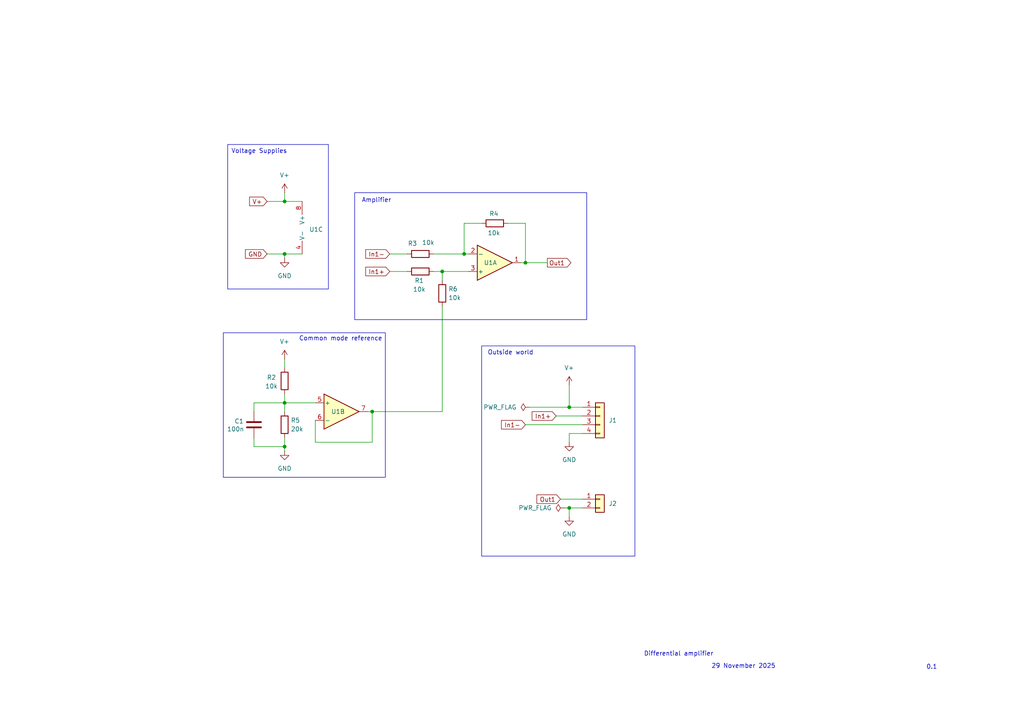
<source format=kicad_sch>
(kicad_sch (version 20250114) (generator "eeschema") (generator_version "9.0")
  (paper "A4")
  (lib_symbols
    (symbol "Amplifier_Operational:MCP6022" (pin_names (offset 0.127))
      (property "Reference" "U" (at 0 5.08 0))
      (property "Value" "MCP6022" (at 0 -5.08 0))
      (symbol "MCP6022_1_1"
        (polyline (pts (xy -5.08 5.08) (xy 5.08 0) (xy -5.08 -5.08) (xy -5.08 5.08)) (stroke (width 0.254)) (fill (type background)))
        (pin input line (at -7.62 2.54 0) (length 2.54) (name "+") (number "3"))
        (pin input line (at -7.62 -2.54 0) (length 2.54) (name "-") (number "2"))
        (pin output line (at 7.62 0 180) (length 2.54) (name "~") (number "1"))
      )
      (symbol "MCP6022_2_1"
        (polyline (pts (xy -5.08 5.08) (xy 5.08 0) (xy -5.08 -5.08) (xy -5.08 5.08)) (stroke (width 0.254)) (fill (type background)))
        (pin input line (at -7.62 2.54 0) (length 2.54) (name "+") (number "5"))
        (pin input line (at -7.62 -2.54 0) (length 2.54) (name "-") (number "6"))
        (pin output line (at 7.62 0 180) (length 2.54) (name "~") (number "7"))
      )
      (symbol "MCP6022_3_1"
        (pin power_in line (at -2.54 7.62 270) (length 3.81) (name "V+") (number "8"))
        (pin power_in line (at -2.54 -7.62 90) (length 3.81) (name "V-") (number "4"))
      )
    )
    (symbol "Connector_Generic:Conn_01x02" (pin_names (offset 1.016) (hide yes))
      (property "Reference" "J" (at 0 2.54 0))
      (property "Value" "Conn_01x02" (at 0 -5.08 0))
      (symbol "Conn_01x02_1_1"
        (rectangle (start -1.27 1.27) (end 1.27 -3.81) (stroke (width 0.254)) (fill (type background)))
        (rectangle (start -1.27 0.127) (end 0 -0.127) (stroke (width 0.1524)))
        (rectangle (start -1.27 -2.413) (end 0 -2.667) (stroke (width 0.1524)))
        (pin passive line (at -5.08 0 0) (length 3.81) (name "Pin_1") (number "1"))
        (pin passive line (at -5.08 -2.54 0) (length 3.81) (name "Pin_2") (number "2"))
      )
    )
    (symbol "Connector_Generic:Conn_01x04" (pin_names (offset 1.016) (hide yes))
      (property "Reference" "J" (at 0 5.08 0))
      (property "Value" "Conn_01x04" (at 0 -7.62 0))
      (symbol "Conn_01x04_1_1"
        (rectangle (start -1.27 3.81) (end 1.27 -6.35) (stroke (width 0.254)) (fill (type background)))
        (rectangle (start -1.27 2.667) (end 0 2.413) (stroke (width 0.1524)))
        (rectangle (start -1.27 0.127) (end 0 -0.127) (stroke (width 0.1524)))
        (rectangle (start -1.27 -2.413) (end 0 -2.667) (stroke (width 0.1524)))
        (rectangle (start -1.27 -4.953) (end 0 -5.207) (stroke (width 0.1524)))
        (pin passive line (at -5.08 2.54 0) (length 3.81) (name "Pin_1") (number "1"))
        (pin passive line (at -5.08 0 0) (length 3.81) (name "Pin_2") (number "2"))
        (pin passive line (at -5.08 -2.54 0) (length 3.81) (name "Pin_3") (number "3"))
        (pin passive line (at -5.08 -5.08 0) (length 3.81) (name "Pin_4") (number "4"))
      )
    )
    (symbol "Device:C" (pin_numbers (hide yes)) (pin_names (offset 0.254))
      (property "Reference" "C" (at 0.635 2.54 0))
      (property "Value" "C" (at 0.635 -2.54 0))
      (symbol "C_0_1"
        (polyline (pts (xy -2.032 0.762) (xy 2.032 0.762)) (stroke (width 0.508)))
        (polyline (pts (xy -2.032 -0.762) (xy 2.032 -0.762)) (stroke (width 0.508)))
      )
      (symbol "C_1_1"
        (pin passive line (at 0 3.81 270) (length 2.794) (name "~") (number "1"))
        (pin passive line (at 0 -3.81 90) (length 2.794) (name "~") (number "2"))
      )
    )
    (symbol "Device:R" (pin_numbers (hide yes)) (pin_names (offset 0))
      (property "Reference" "R" (at 2.032 0 90))
      (property "Value" "R" (at 0 0 90))
      (symbol "R_0_1"
        (rectangle (start -1.016 -2.54) (end 1.016 2.54) (stroke (width 0.254)))
      )
      (symbol "R_1_1"
        (pin passive line (at 0 3.81 270) (length 1.27) (name "~") (number "1"))
        (pin passive line (at 0 -3.81 90) (length 1.27) (name "~") (number "2"))
      )
    )
    (symbol "power:GND" (power) (pin_numbers (hide yes)) (pin_names (offset 0) (hide yes))
      (property "Value" "GND" (at 0 -3.81 0))
      (symbol "GND_0_1"
        (polyline (pts (xy 0 0) (xy 0 -1.27) (xy 1.27 -1.27) (xy 0 -2.54) (xy -1.27 -1.27) (xy 0 -1.27)))
      )
      (symbol "GND_1_1"
        (pin power_in line (at 0 0 270) (length 0) (name "~") (number "1"))
      )
    )
    (symbol "power:PWR_FLAG" (power) (pin_numbers (hide yes)) (pin_names (offset 0) (hide yes))
      (property "Value" "PWR_FLAG" (at 0 3.81 0))
      (symbol "PWR_FLAG_0_0"
        (pin power_out line (at 0 0 90) (length 0) (name "~") (number "1"))
      )
      (symbol "PWR_FLAG_0_1"
        (polyline (pts (xy 0 0) (xy 0 1.27) (xy -1.016 1.905) (xy 0 2.54) (xy 1.016 1.905) (xy 0 1.27)))
      )
    )
    (symbol "power:VDC" (power) (pin_numbers (hide yes)) (pin_names (offset 0) (hide yes))
      (property "Value" "VDC" (at 0 3.556 0))
      (symbol "VDC_0_1"
        (polyline (pts (xy -0.762 1.27) (xy 0 2.54)))
        (polyline (pts (xy 0 2.54) (xy 0.762 1.27)))
        (polyline (pts (xy 0 0) (xy 0 2.54)))
      )
      (symbol "VDC_1_1"
        (pin power_in line (at 0 0 90) (length 0) (name "~") (number "1"))
      )
    )
  )
  (rectangle (start 64.77 96.52) (end 111.76 138.43))
  (rectangle (start 102.87 55.88) (end 170.18 92.71))
  (rectangle (start 66.04 41.91) (end 95.25 83.82))
  (rectangle (start 139.7 100.33) (end 184.15 161.29))
  (text "Voltage Supplies\n" (at 75.184 43.942 0) (effects (font (size 1.27 1.27))))
  (text "0.1\n" (at 270.256 193.548 0) (effects (font (size 1.27 1.27))))
  (text "Outside world\n" (at 148.082 102.362 0) (effects (font (size 1.27 1.27))))
  (text "29 November 2025\n" (at 215.646 193.294 0) (effects (font (size 1.27 1.27))))
  (text "Differential amplifier" (at 196.85 189.738 0) (effects (font (size 1.27 1.27))))
  (text "Amplifier\n" (at 109.22 58.166 0) (effects (font (size 1.27 1.27))))
  (text "Common mode reference" (at 98.806 98.298 0) (effects (font (size 1.27 1.27))))
  (junction (at 82.55 73.66))
  (junction (at 128.27 78.74))
  (junction (at 82.55 129.54))
  (junction (at 107.95 119.38))
  (junction (at 134.62 73.66))
  (junction (at 82.55 116.84))
  (junction (at 165.1 118.11))
  (junction (at 82.55 58.42))
  (junction (at 152.4 76.2))
  (junction (at 165.1 147.32))
  (wire (pts (xy 125.73 73.66) (xy 134.62 73.66)))
  (wire (pts (xy 82.55 104.14) (xy 82.55 106.68)))
  (wire (pts (xy 82.55 129.54) (xy 82.55 130.81)))
  (wire (pts (xy 82.55 127) (xy 82.55 129.54)))
  (wire (pts (xy 165.1 125.73) (xy 165.1 128.27)))
  (wire (pts (xy 147.32 64.77) (xy 152.4 64.77)))
  (wire (pts (xy 107.95 119.38) (xy 106.68 119.38)))
  (wire (pts (xy 73.66 116.84) (xy 73.66 119.38)))
  (wire (pts (xy 82.55 114.3) (xy 82.55 116.84)))
  (wire (pts (xy 82.55 119.38) (xy 82.55 116.84)))
  (wire (pts (xy 139.7 64.77) (xy 134.62 64.77)))
  (wire (pts (xy 77.47 58.42) (xy 82.55 58.42)))
  (wire (pts (xy 107.95 119.38) (xy 128.27 119.38)))
  (wire (pts (xy 113.03 73.66) (xy 118.11 73.66)))
  (wire (pts (xy 152.4 123.19) (xy 168.91 123.19)))
  (wire (pts (xy 134.62 64.77) (xy 134.62 73.66)))
  (wire (pts (xy 134.62 73.66) (xy 135.89 73.66)))
  (wire (pts (xy 87.63 58.42) (xy 82.55 58.42)))
  (wire (pts (xy 82.55 55.88) (xy 82.55 58.42)))
  (wire (pts (xy 91.44 121.92) (xy 91.44 128.27)))
  (wire (pts (xy 161.29 120.65) (xy 168.91 120.65)))
  (wire (pts (xy 128.27 78.74) (xy 135.89 78.74)))
  (wire (pts (xy 73.66 116.84) (xy 82.55 116.84)))
  (wire (pts (xy 165.1 147.32) (xy 168.91 147.32)))
  (wire (pts (xy 152.4 76.2) (xy 151.13 76.2)))
  (wire (pts (xy 152.4 64.77) (xy 152.4 76.2)))
  (wire (pts (xy 152.4 76.2) (xy 158.75 76.2)))
  (wire (pts (xy 153.67 118.11) (xy 165.1 118.11)))
  (wire (pts (xy 165.1 147.32) (xy 165.1 149.86)))
  (wire (pts (xy 165.1 125.73) (xy 168.91 125.73)))
  (wire (pts (xy 165.1 111.76) (xy 165.1 118.11)))
  (wire (pts (xy 107.95 119.38) (xy 107.95 128.27)))
  (wire (pts (xy 77.47 73.66) (xy 82.55 73.66)))
  (wire (pts (xy 82.55 116.84) (xy 91.44 116.84)))
  (wire (pts (xy 82.55 73.66) (xy 82.55 74.93)))
  (wire (pts (xy 128.27 88.9) (xy 128.27 119.38)))
  (wire (pts (xy 91.44 128.27) (xy 107.95 128.27)))
  (wire (pts (xy 73.66 127) (xy 73.66 129.54)))
  (wire (pts (xy 125.73 78.74) (xy 128.27 78.74)))
  (wire (pts (xy 73.66 129.54) (xy 82.55 129.54)))
  (wire (pts (xy 113.03 78.74) (xy 118.11 78.74)))
  (wire (pts (xy 162.56 144.78) (xy 168.91 144.78)))
  (wire (pts (xy 165.1 118.11) (xy 168.91 118.11)))
  (wire (pts (xy 163.83 147.32) (xy 165.1 147.32)))
  (wire (pts (xy 128.27 78.74) (xy 128.27 81.28)))
  (wire (pts (xy 87.63 73.66) (xy 82.55 73.66)))
  (global_label "In1+" (shape input) (at 113.03 78.74 180) (property "Intersheetrefs" "${INTERSHEET_REFS}" (effects (hide yes))))
  (global_label "In1-" (shape input) (at 113.03 73.66 180) (property "Intersheetrefs" "${INTERSHEET_REFS}" (effects (hide yes))))
  (global_label "V+" (shape input) (at 77.47 58.42 180) (property "Intersheetrefs" "${INTERSHEET_REFS}" (effects (hide yes))))
  (global_label "In1+" (shape input) (at 161.29 120.65 180) (property "Intersheetrefs" "${INTERSHEET_REFS}" (effects (hide yes))))
  (global_label "Out1" (shape input) (at 162.56 144.78 180) (property "Intersheetrefs" "${INTERSHEET_REFS}" (effects (hide yes))))
  (global_label "Out1" (shape output) (at 158.75 76.2 0) (property "Intersheetrefs" "${INTERSHEET_REFS}" (effects (hide yes))))
  (global_label "GND" (shape input) (at 77.47 73.66 180) (property "Intersheetrefs" "${INTERSHEET_REFS}" (effects (hide yes))))
  (global_label "In1-" (shape input) (at 152.4 123.19 180) (property "Intersheetrefs" "${INTERSHEET_REFS}" (effects (hide yes))))
  (symbol (lib_id "power:GND") (at 165.1 149.86 0) (unit 1)
    (property "Reference" "#PWR01" (effects (hide yes)))
    (property "Value" "GND" (at 165.1 154.94 0))
    (property "Description" "Power symbol creates a global label with name \"GND\" , ground" (effects (hide yes)))
  )
  (symbol (lib_id "power:VDC") (at 82.55 104.14 0) (unit 1)
    (property "Reference" "#PWR05" (effects (hide yes)))
    (property "Value" "V+" (at 82.55 99.06 0))
    (property "Description" "Power symbol creates a global label with name \"VDC\"" (effects (hide yes)))
  )
  (symbol (lib_id "Connector_Generic:Conn_01x04") (at 173.99 120.65 0) (unit 1)
    (property "Reference" "J1" (at 176.53 121.9199 0) (effects (justify left)))
    (property "Value" "Conn_01x012_MountingPin" (effects (hide yes)))
    (property "Footprint" "Connector_PinHeader_2.54mm:PinHeader_1x04_P2.54mm_Vertical" (effects (hide yes)))
    (property "Description" "Generic connector, single row, 01x04, script generated (kicad-library-utils/schlib/autogen/connector/)" (effects (hide yes)))
  )
  (symbol (lib_id "power:GND") (at 82.55 74.93 0) (unit 1)
    (property "Reference" "#PWR012" (effects (hide yes)))
    (property "Value" "GND" (at 82.55 80.01 0))
    (property "Description" "Power symbol creates a global label with name \"GND\" , ground" (effects (hide yes)))
  )
  (symbol (lib_id "power:GND") (at 165.1 128.27 0) (unit 1)
    (property "Reference" "#PWR04" (effects (hide yes)))
    (property "Value" "GND" (at 165.1 133.35 0))
    (property "Description" "Power symbol creates a global label with name \"GND\" , ground" (effects (hide yes)))
  )
  (symbol (lib_id "Device:R") (at 143.51 64.77 90) (unit 1)
    (property "Reference" "R4" (at 143.256 61.976 90))
    (property "Value" "10k" (at 143.256 67.564 90))
    (property "Footprint" "Resistor_SMD:R_0805_2012Metric_Pad1.20x1.40mm_HandSolder" (effects (hide yes)))
    (property "Description" "Resistor" (effects (hide yes)))
  )
  (symbol (lib_id "Device:C") (at 73.66 123.19 180) (unit 1)
    (property "Reference" "C1" (at 69.342 122.174 0))
    (property "Value" "100n" (at 68.326 124.46 0))
    (property "Footprint" "Capacitor_SMD:C_0805_2012Metric_Pad1.18x1.45mm_HandSolder" (effects (hide yes)))
    (property "Description" "Unpolarized capacitor" (effects (hide yes)))
  )
  (symbol (lib_id "power:PWR_FLAG") (at 163.83 147.32 90) (unit 1)
    (property "Reference" "#FLG02" (effects (hide yes)))
    (property "Value" "PWR_FLAG" (at 160.02 147.3199 90) (effects (justify left)))
    (property "Description" "Special symbol for telling ERC where power comes from" (effects (hide yes)))
  )
  (symbol (lib_id "Amplifier_Operational:MCP6022") (at 90.17 66.04 0) (unit 3)
    (property "Reference" "U1" (at 91.694 66.548 0))
    (property "Value" "Opamp_Dual" (effects (hide yes)))
    (property "Footprint" "Package_SO:SOIC-8_3.9x4.9mm_P1.27mm" (effects (hide yes)))
    (property "Datasheet" "http://ww1.microchip.com/downloads/en/devicedoc/20001685e.pdf" (effects (hide yes)))
    (property "Description" "Dual Operational Amplifiers, Rail-to-Rail Input/Output, DIP-8/SOIC-8/TSSOP-8" (effects (hide yes)))
    (property "Sim.Library" "${KICAD9_SYMBOL_DIR}/Simulation_SPICE.sp" (effects (hide yes)))
    (property "Sim.Name" "kicad_builtin_opamp_dual" (effects (hide yes)))
    (property "Sim.Device" "SUBCKT" (effects (hide yes)))
    (property "Sim.Pins" "1=out1 2=in1- 3=in1+ 4=vee 5=in2+ 6=in2- 7=out2 8=vcc" (effects (hide yes)))
  )
  (symbol (lib_id "Amplifier_Operational:MCP6022") (at 143.51 76.2 0) (mirror x) (unit 1)
    (property "Reference" "U1" (at 142.24 76.2 0))
    (property "Value" "Opamp_Dual" (effects (hide yes)))
    (property "Footprint" "Package_SO:SOIC-8_3.9x4.9mm_P1.27mm" (effects (hide yes)))
    (property "Datasheet" "http://ww1.microchip.com/downloads/en/devicedoc/20001685e.pdf" (effects (hide yes)))
    (property "Description" "Dual Operational Amplifiers, Rail-to-Rail Input/Output, DIP-8/SOIC-8/TSSOP-8" (effects (hide yes)))
    (property "Sim.Library" "${KICAD9_SYMBOL_DIR}/Simulation_SPICE.sp" (effects (hide yes)))
    (property "Sim.Name" "kicad_builtin_opamp_dual" (effects (hide yes)))
    (property "Sim.Device" "SUBCKT" (effects (hide yes)))
    (property "Sim.Pins" "1=out1 2=in1- 3=in1+ 4=vee 5=in2+ 6=in2- 7=out2 8=vcc" (effects (hide yes)))
  )
  (symbol (lib_id "Connector_Generic:Conn_01x02") (at 173.99 144.78 0) (unit 1)
    (property "Reference" "J2" (at 176.53 146.0499 0) (effects (justify left)))
    (property "Value" "Conn_01x012_MountingPin" (effects (hide yes)))
    (property "Footprint" "Connector_PinHeader_2.54mm:PinHeader_1x02_P2.54mm_Vertical" (effects (hide yes)))
    (property "Description" "Generic connector, single row, 01x02, script generated (kicad-library-utils/schlib/autogen/connector/)" (effects (hide yes)))
  )
  (symbol (lib_id "Amplifier_Operational:MCP6022") (at 99.06 119.38 0) (unit 2)
    (property "Reference" "U1" (at 98.044 119.38 0))
    (property "Value" "Opamp_Dual" (effects (hide yes)))
    (property "Footprint" "Package_SO:SOIC-8_3.9x4.9mm_P1.27mm" (effects (hide yes)))
    (property "Datasheet" "http://ww1.microchip.com/downloads/en/devicedoc/20001685e.pdf" (effects (hide yes)))
    (property "Description" "Dual Operational Amplifiers, Rail-to-Rail Input/Output, DIP-8/SOIC-8/TSSOP-8" (effects (hide yes)))
    (property "Sim.Library" "${KICAD9_SYMBOL_DIR}/Simulation_SPICE.sp" (effects (hide yes)))
    (property "Sim.Name" "kicad_builtin_opamp_dual" (effects (hide yes)))
    (property "Sim.Device" "SUBCKT" (effects (hide yes)))
    (property "Sim.Pins" "1=out1 2=in1- 3=in1+ 4=vee 5=in2+ 6=in2- 7=out2 8=vcc" (effects (hide yes)))
  )
  (symbol (lib_id "Device:R") (at 82.55 110.49 180) (unit 1)
    (property "Reference" "R2" (at 78.74 109.474 0))
    (property "Value" "10k" (at 78.74 112.014 0))
    (property "Footprint" "Resistor_SMD:R_0805_2012Metric_Pad1.20x1.40mm_HandSolder" (effects (hide yes)))
    (property "Description" "Resistor" (effects (hide yes)))
  )
  (symbol (lib_id "Device:R") (at 121.92 78.74 90) (unit 1)
    (property "Reference" "R1" (at 121.6054 81.3898 90))
    (property "Value" "10k" (at 121.6054 83.9298 90))
    (property "Footprint" "Resistor_SMD:R_0805_2012Metric_Pad1.20x1.40mm_HandSolder" (effects (hide yes)))
    (property "Description" "Resistor" (effects (hide yes)))
  )
  (symbol (lib_id "Device:R") (at 82.55 123.19 0) (unit 1)
    (property "Reference" "R5" (at 84.328 121.92 0) (effects (justify left)))
    (property "Value" "20k" (at 84.328 124.46 0) (effects (justify left)))
    (property "Footprint" "Resistor_SMD:R_0805_2012Metric_Pad1.20x1.40mm_HandSolder" (effects (hide yes)))
    (property "Description" "Resistor" (effects (hide yes)))
  )
  (symbol (lib_id "power:PWR_FLAG") (at 153.67 118.11 90) (unit 1)
    (property "Reference" "#FLG01" (effects (hide yes)))
    (property "Value" "PWR_FLAG" (at 149.86 118.1099 90) (effects (justify left)))
    (property "Description" "Special symbol for telling ERC where power comes from" (effects (hide yes)))
  )
  (symbol (lib_id "Device:R") (at 121.92 73.66 90) (unit 1)
    (property "Reference" "R3" (at 119.634 70.612 90))
    (property "Value" "10k" (at 124.206 70.358 90))
    (property "Footprint" "Resistor_SMD:R_0805_2012Metric_Pad1.20x1.40mm_HandSolder" (effects (hide yes)))
    (property "Description" "Resistor" (effects (hide yes)))
  )
  (symbol (lib_id "Device:R") (at 128.27 85.09 0) (unit 1)
    (property "Reference" "R6" (at 130.048 83.82 0) (effects (justify left)))
    (property "Value" "10k" (at 130.048 86.36 0) (effects (justify left)))
    (property "Footprint" "Resistor_SMD:R_0805_2012Metric_Pad1.20x1.40mm_HandSolder" (effects (hide yes)))
    (property "Description" "Resistor" (effects (hide yes)))
  )
  (symbol (lib_id "power:VDC") (at 82.55 55.88 0) (unit 1)
    (property "Reference" "#PWR013" (effects (hide yes)))
    (property "Value" "V+" (at 82.55 50.8 0))
    (property "Description" "Power symbol creates a global label with name \"VDC\"" (effects (hide yes)))
  )
  (symbol (lib_id "power:GND") (at 82.55 130.81 0) (unit 1)
    (property "Reference" "#PWR09" (effects (hide yes)))
    (property "Value" "GND" (at 82.55 135.89 0))
    (property "Description" "Power symbol creates a global label with name \"GND\" , ground" (effects (hide yes)))
  )
  (symbol (lib_id "power:VDC") (at 165.1 111.76 0) (unit 1)
    (property "Reference" "#PWR03" (effects (hide yes)))
    (property "Value" "V+" (at 165.1 106.68 0))
    (property "Description" "Power symbol creates a global label with name \"VDC\"" (effects (hide yes)))
  )
)
</source>
